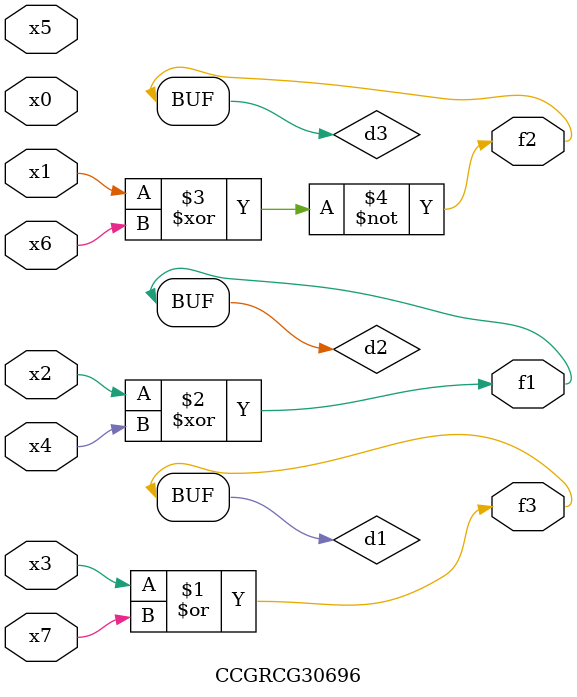
<source format=v>
module CCGRCG30696(
	input x0, x1, x2, x3, x4, x5, x6, x7,
	output f1, f2, f3
);

	wire d1, d2, d3;

	or (d1, x3, x7);
	xor (d2, x2, x4);
	xnor (d3, x1, x6);
	assign f1 = d2;
	assign f2 = d3;
	assign f3 = d1;
endmodule

</source>
